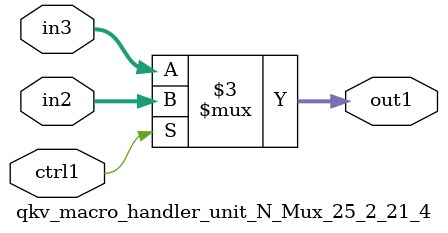
<source format=v>

`timescale 1ps / 1ps


module qkv_macro_handler_unit_N_Mux_25_2_21_4( in3, in2, ctrl1, out1 );

    input [24:0] in3;
    input [24:0] in2;
    input ctrl1;
    output [24:0] out1;
    reg [24:0] out1;

    
    // rtl_process:qkv_macro_handler_unit_N_Mux_25_2_21_4/qkv_macro_handler_unit_N_Mux_25_2_21_4_thread_1
    always @*
      begin : qkv_macro_handler_unit_N_Mux_25_2_21_4_thread_1
        case (ctrl1) 
          1'b1: 
            begin
              out1 = in2;
            end
          default: 
            begin
              out1 = in3;
            end
        endcase
      end

endmodule


</source>
